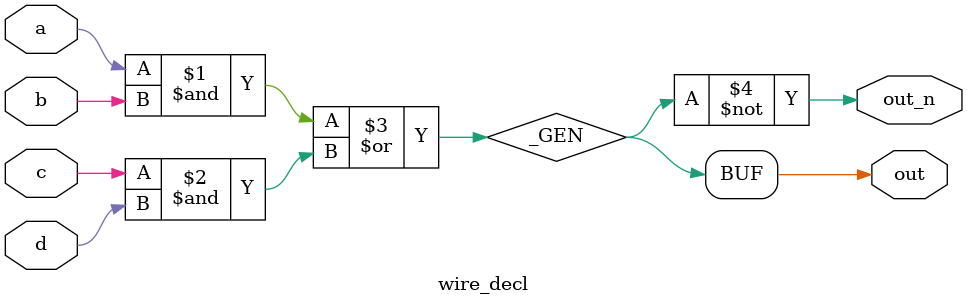
<source format=v>
module wire_decl(	// file.cleaned.mlir:2:3
  input  a,	// file.cleaned.mlir:2:27
         b,	// file.cleaned.mlir:2:39
         c,	// file.cleaned.mlir:2:51
         d,	// file.cleaned.mlir:2:63
  output out,	// file.cleaned.mlir:2:76
         out_n	// file.cleaned.mlir:2:90
);

  wire _GEN = a & b | c & d;	// file.cleaned.mlir:4:10, :5:10, :6:10
  assign out = _GEN;	// file.cleaned.mlir:6:10, :8:5
  assign out_n = ~_GEN;	// file.cleaned.mlir:6:10, :7:10, :8:5
endmodule


</source>
